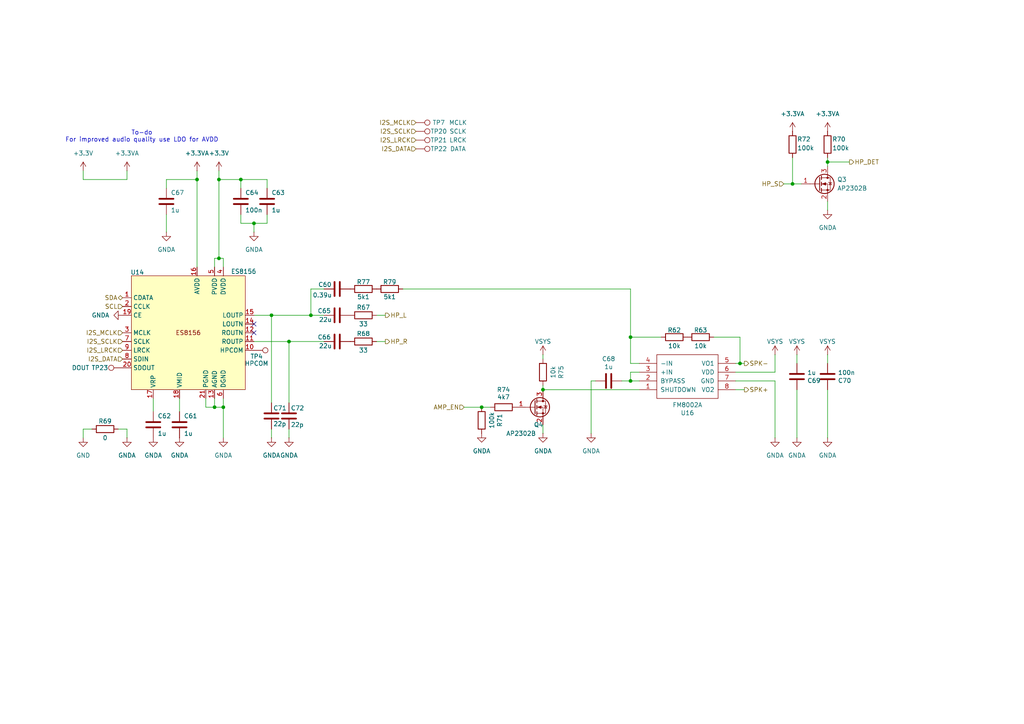
<source format=kicad_sch>
(kicad_sch (version 20231120) (generator "eeschema") (generator_version "8.0")
  (paper "A4")
  (title_block (title "WHY2025 badge") (date "2024-08-27") (rev "Prototype 2") (company "Badge.Team") (comment 1 "Copyright 2024 Nicolai Electronics") (comment 2 "License: CERN-OHL-P") (comment 3 "Untested prototype design") (comment 4 "(Work in progress!)"))
  (lib_symbols
    (symbol "Connector:TestPoint" (pin_numbers hide) (pin_names (offset 0.762) hide)
      (property "Reference" "TP" (at 0 6.858 0))
      (property "Value" "TestPoint" (at 0 5.08 0))
      (symbol "TestPoint_0_1"
        (circle (center 0 3.302) (radius 0.762))
      )
      (symbol "TestPoint_1_1"
        (pin passive line (at 0 0 90) (length 2.54) (name "1") (number "1"))
      )
    )
    (symbol "Device:C" (pin_numbers hide) (pin_names (offset 0.254))
      (property "Reference" "C" (at 0.635 2.54 0))
      (property "Value" "C" (at 0.635 -2.54 0))
      (symbol "C_0_1"
        (polyline (pts (xy -2.032 -0.762) (xy 2.032 -0.762)) (stroke (width 0.508)))
        (polyline (pts (xy -2.032 0.762) (xy 2.032 0.762)) (stroke (width 0.508)))
      )
      (symbol "C_1_1"
        (pin passive line (at 0 3.81 270) (length 2.794) (name "~") (number "1"))
        (pin passive line (at 0 -3.81 90) (length 2.794) (name "~") (number "2"))
      )
    )
    (symbol "Device:R" (pin_numbers hide) (pin_names (offset 0))
      (property "Reference" "R" (at 2.032 0 90))
      (property "Value" "R" (at 0 0 90))
      (symbol "R_0_1"
        (rectangle (start -1.016 -2.54) (end 1.016 2.54) (stroke (width 0.254)))
      )
      (symbol "R_1_1"
        (pin passive line (at 0 3.81 270) (length 1.27) (name "~") (number "1"))
        (pin passive line (at 0 -3.81 90) (length 1.27) (name "~") (number "2"))
      )
    )
    (symbol "ES8156:ES8156"
      (property "Reference" "U" (at -15.24 17.78 0))
      (symbol "ES8156_1_1"
        (rectangle (start -16.51 16.51) (end 16.51 -16.51) (fill (type background)))
        (text "ES8156" (at 0 0 0) (effects (font (size 1.27 1.27))))
        (pin input line (at -19.05 10.16 0) (length 2.54) (name "CDATA") (number "1"))
        (pin output line (at 19.05 -5.08 180) (length 2.54) (name "HPCOM") (number "10"))
        (pin output line (at 19.05 -2.54 180) (length 2.54) (name "ROUTP") (number "11"))
        (pin output line (at 19.05 0 180) (length 2.54) (name "ROUTN") (number "12"))
        (pin power_in line (at 7.62 -19.05 90) (length 2.54) (name "AGND") (number "13"))
        (pin output line (at 19.05 2.54 180) (length 2.54) (name "LOUTN") (number "14"))
        (pin output line (at 19.05 5.08 180) (length 2.54) (name "LOUTP") (number "15"))
        (pin power_in line (at 2.54 19.05 270) (length 2.54) (name "AVDD") (number "16"))
        (pin power_in line (at -10.16 -19.05 90) (length 2.54) (name "VRP") (number "17"))
        (pin power_in line (at -2.54 -19.05 90) (length 2.54) (name "VMID") (number "18"))
        (pin input line (at -19.05 5.08 0) (length 2.54) (name "CE") (number "19"))
        (pin input line (at -19.05 7.62 0) (length 2.54) (name "CCLK") (number "2"))
        (pin output line (at -19.05 -10.16 0) (length 2.54) (name "SDOUT") (number "20"))
        (pin power_in line (at 5.08 -19.05 90) (length 2.54) (name "PGND") (number "21"))
        (pin input line (at -19.05 0 0) (length 2.54) (name "MCLK") (number "3"))
        (pin power_in line (at 10.16 19.05 270) (length 2.54) (name "DVDD") (number "4"))
        (pin power_in line (at 7.62 19.05 270) (length 2.54) (name "PVDD") (number "5"))
        (pin power_in line (at 10.16 -19.05 90) (length 2.54) (name "DGND") (number "6"))
        (pin input line (at -19.05 -2.54 0) (length 2.54) (name "SCLK") (number "7"))
        (pin input line (at -19.05 -7.62 0) (length 2.54) (name "SDIN") (number "8"))
        (pin input line (at -19.05 -5.08 0) (length 2.54) (name "LRCK") (number "9"))
      )
    )
    (symbol "custom-power:VSYS" (power) (pin_numbers hide) (pin_names (offset 0) hide)
      (property "Value" "VSYS" (at 0 3.556 0))
      (symbol "VSYS_0_1"
        (polyline (pts (xy -0.762 1.27) (xy 0 2.54)))
        (polyline (pts (xy 0 0) (xy 0 2.54)))
        (polyline (pts (xy 0 2.54) (xy 0.762 1.27)))
      )
      (symbol "VSYS_1_1"
        (pin power_in line (at 0 0 90) (length 0) (name "~") (number "1"))
      )
    )
    (symbol "mch2021-rescue:Q_NMOS_GSD-Device" (pin_names (offset 0) hide)
      (property "Reference" "Q" (at 5.08 1.27 0))
      (property "Value" "Q_NMOS_GSD-Device" (at 5.08 -1.27 0))
      (symbol "Q_NMOS_GSD-Device_0_1"
        (polyline (pts (xy 0.254 0) (xy -2.54 0)))
        (polyline (pts (xy 0.254 1.905) (xy 0.254 -1.905)) (stroke (width 0.254)))
        (polyline (pts (xy 0.762 -1.27) (xy 0.762 -2.286)) (stroke (width 0.254)))
        (polyline (pts (xy 0.762 0.508) (xy 0.762 -0.508)) (stroke (width 0.254)))
        (polyline (pts (xy 0.762 2.286) (xy 0.762 1.27)) (stroke (width 0.254)))
        (polyline (pts (xy 2.54 2.54) (xy 2.54 1.778)))
        (polyline (pts (xy 2.54 -2.54) (xy 2.54 0) (xy 0.762 0)))
        (polyline (pts (xy 0.762 -1.778) (xy 3.302 -1.778) (xy 3.302 1.778) (xy 0.762 1.778)))
        (polyline (pts (xy 1.016 0) (xy 2.032 0.381) (xy 2.032 -0.381) (xy 1.016 0)) (fill (type outline)))
        (polyline (pts (xy 2.794 0.508) (xy 2.921 0.381) (xy 3.683 0.381) (xy 3.81 0.254)))
        (polyline (pts (xy 3.302 0.381) (xy 2.921 -0.254) (xy 3.683 -0.254) (xy 3.302 0.381)))
        (circle (center 1.651 0) (radius 2.794) (stroke (width 0.254)))
        (circle (center 2.54 -1.778) (radius 0.254) (fill (type outline)))
        (circle (center 2.54 1.778) (radius 0.254) (fill (type outline)))
      )
      (symbol "Q_NMOS_GSD-Device_1_1"
        (pin input line (at -5.08 0 0) (length 2.54) (name "G") (number "1"))
        (pin passive line (at 2.54 -5.08 90) (length 2.54) (name "S") (number "2"))
        (pin passive line (at 2.54 5.08 270) (length 2.54) (name "D") (number "3"))
      )
    )
    (symbol "power:+3.3V" (power) (pin_names (offset 0))
      (property "Value" "+3.3V" (at 0 3.556 0))
      (symbol "+3.3V_0_1"
        (polyline (pts (xy -0.762 1.27) (xy 0 2.54)))
        (polyline (pts (xy 0 0) (xy 0 2.54)))
        (polyline (pts (xy 0 2.54) (xy 0.762 1.27)))
      )
      (symbol "+3.3V_1_1"
        (pin power_in line (at 0 0 90) (length 0) hide (name "+3.3V") (number "1"))
      )
    )
    (symbol "power:+3.3VA" (power) (pin_numbers hide) (pin_names (offset 0) hide)
      (property "Value" "+3.3VA" (at 0 3.556 0))
      (symbol "+3.3VA_0_1"
        (polyline (pts (xy -0.762 1.27) (xy 0 2.54)))
        (polyline (pts (xy 0 0) (xy 0 2.54)))
        (polyline (pts (xy 0 2.54) (xy 0.762 1.27)))
      )
      (symbol "+3.3VA_1_1"
        (pin power_in line (at 0 0 90) (length 0) (name "~") (number "1"))
      )
    )
    (symbol "power:GND" (power) (pin_numbers hide) (pin_names (offset 0) hide)
      (property "Value" "GND" (at 0 -3.81 0))
      (symbol "GND_0_1"
        (polyline (pts (xy 0 0) (xy 0 -1.27) (xy 1.27 -1.27) (xy 0 -2.54) (xy -1.27 -1.27) (xy 0 -1.27)))
      )
      (symbol "GND_1_1"
        (pin power_in line (at 0 0 270) (length 0) (name "~") (number "1"))
      )
    )
    (symbol "power:GNDA" (power) (pin_numbers hide) (pin_names (offset 0) hide)
      (property "Value" "GNDA" (at 0 -3.81 0))
      (symbol "GNDA_0_1"
        (polyline (pts (xy 0 0) (xy 0 -1.27) (xy 1.27 -1.27) (xy 0 -2.54) (xy -1.27 -1.27) (xy 0 -1.27)))
      )
      (symbol "GNDA_1_1"
        (pin power_in line (at 0 0 270) (length 0) (name "~") (number "1"))
      )
    )
    (symbol "symbols:C" (pin_numbers hide) (pin_names (offset 0.254))
      (property "Reference" "C" (at 0.635 2.54 0))
      (property "Value" "C" (at 0.635 -2.54 0))
      (symbol "C_0_1"
        (polyline (pts (xy -2.032 -0.762) (xy 2.032 -0.762)) (stroke (width 0.508)))
        (polyline (pts (xy -2.032 0.762) (xy 2.032 0.762)) (stroke (width 0.508)))
      )
      (symbol "C_1_1"
        (pin passive line (at 0 3.81 270) (length 2.794) (name "~") (number "1"))
        (pin passive line (at 0 -3.81 90) (length 2.794) (name "~") (number "2"))
      )
    )
    (symbol "symbols:FM8002A" (pin_names (offset 1.016))
      (property "Reference" "U" (at 0 6.35 0))
      (property "Value" "FM8002A" (at 0 8.89 0))
      (symbol "FM8002A_0_1"
        (rectangle (start -7.62 5.08) (end 10.16 -7.62))
      )
      (symbol "FM8002A_1_1"
        (pin input line (at -12.7 2.54 0) (length 5.08) (name "SHUTDOWN") (number "1"))
        (pin input line (at -12.7 0 0) (length 5.08) (name "BYPASS") (number "2"))
        (pin input line (at -12.7 -2.54 0) (length 5.08) (name "+IN") (number "3"))
        (pin input line (at -12.7 -5.08 0) (length 5.08) (name "-IN") (number "4"))
        (pin output line (at 15.24 -5.08 180) (length 5.08) (name "VO1") (number "5"))
        (pin passive line (at 15.24 -2.54 180) (length 5.08) (name "VDD") (number "6"))
        (pin passive line (at 15.24 0 180) (length 5.08) (name "GND") (number "7"))
        (pin output line (at 15.24 2.54 180) (length 5.08) (name "VO2") (number "8"))
      )
    )
    (symbol "symbols:Q_NMOS_GSD" (pin_names (offset 0) hide)
      (property "Reference" "Q" (at 5.08 1.27 0))
      (property "Value" "Q_NMOS_GSD" (at 5.08 -1.27 0))
      (symbol "Q_NMOS_GSD_0_1"
        (polyline (pts (xy 0.254 0) (xy -2.54 0)))
        (polyline (pts (xy 0.254 1.905) (xy 0.254 -1.905)) (stroke (width 0.254)))
        (polyline (pts (xy 0.762 -1.27) (xy 0.762 -2.286)) (stroke (width 0.254)))
        (polyline (pts (xy 0.762 0.508) (xy 0.762 -0.508)) (stroke (width 0.254)))
        (polyline (pts (xy 0.762 2.286) (xy 0.762 1.27)) (stroke (width 0.254)))
        (polyline (pts (xy 2.54 2.54) (xy 2.54 1.778)))
        (polyline (pts (xy 2.54 -2.54) (xy 2.54 0) (xy 0.762 0)))
        (polyline (pts (xy 0.762 -1.778) (xy 3.302 -1.778) (xy 3.302 1.778) (xy 0.762 1.778)))
        (polyline (pts (xy 1.016 0) (xy 2.032 0.381) (xy 2.032 -0.381) (xy 1.016 0)) (fill (type outline)))
        (polyline (pts (xy 2.794 0.508) (xy 2.921 0.381) (xy 3.683 0.381) (xy 3.81 0.254)))
        (polyline (pts (xy 3.302 0.381) (xy 2.921 -0.254) (xy 3.683 -0.254) (xy 3.302 0.381)))
        (circle (center 1.651 0) (radius 2.794) (stroke (width 0.254)))
        (circle (center 2.54 -1.778) (radius 0.254) (fill (type outline)))
        (circle (center 2.54 1.778) (radius 0.254) (fill (type outline)))
      )
      (symbol "Q_NMOS_GSD_1_1"
        (pin input line (at -5.08 0 0) (length 2.54) (name "G") (number "1"))
        (pin passive line (at 2.54 -5.08 90) (length 2.54) (name "S") (number "2"))
        (pin passive line (at 2.54 5.08 270) (length 2.54) (name "D") (number "3"))
      )
    )
    (symbol "symbols:R" (pin_numbers hide) (pin_names (offset 0))
      (property "Reference" "R" (at 2.032 0 90))
      (property "Value" "R" (at 0 0 90))
      (symbol "R_0_1"
        (rectangle (start -1.016 -2.54) (end 1.016 2.54) (stroke (width 0.254)))
      )
      (symbol "R_1_1"
        (pin passive line (at 0 3.81 270) (length 1.27) (name "~") (number "1"))
        (pin passive line (at 0 -3.81 90) (length 1.27) (name "~") (number "2"))
      )
    )
  )
  (junction (at 139.7 118.11))
  (junction (at 57.15 52.07))
  (junction (at 73.66 64.77))
  (junction (at 214.63 105.41))
  (junction (at 63.5 52.07))
  (junction (at 63.5 74.93))
  (junction (at 229.87 53.34))
  (junction (at 64.77 118.11))
  (junction (at 182.88 110.49))
  (junction (at 90.17 91.44))
  (junction (at 69.85 52.07))
  (junction (at 78.74 91.44))
  (junction (at 240.03 46.99))
  (junction (at 83.82 99.06))
  (junction (at 62.23 118.11))
  (junction (at 182.88 97.79))
  (junction (at 157.48 113.03))
  (no_connect (at 73.66 93.98))
  (no_connect (at 73.66 96.52))
  (wire (pts (xy 171.45 110.49) (xy 171.45 125.73)))
  (wire (pts (xy 57.15 49.53) (xy 57.15 52.07)))
  (wire (pts (xy 83.82 99.06) (xy 93.98 99.06)))
  (wire (pts (xy 59.69 118.11) (xy 62.23 118.11)))
  (wire (pts (xy 36.83 49.53) (xy 36.83 52.07)))
  (wire (pts (xy 182.88 97.79) (xy 191.77 97.79)))
  (wire (pts (xy 90.17 91.44) (xy 90.17 83.82)))
  (wire (pts (xy 73.66 64.77) (xy 73.66 67.31)))
  (wire (pts (xy 77.47 52.07) (xy 77.47 54.61)))
  (wire (pts (xy 240.03 60.96) (xy 240.03 58.42)))
  (wire (pts (xy 214.63 97.79) (xy 207.01 97.79)))
  (wire (pts (xy 215.9 105.41) (xy 214.63 105.41)))
  (wire (pts (xy 83.82 99.06) (xy 83.82 116.84)))
  (wire (pts (xy 24.13 52.07) (xy 24.13 49.53)))
  (wire (pts (xy 157.48 102.87) (xy 157.48 104.14)))
  (wire (pts (xy 134.62 118.11) (xy 139.7 118.11)))
  (wire (pts (xy 48.26 62.23) (xy 48.26 67.31)))
  (wire (pts (xy 224.79 110.49) (xy 224.79 127)))
  (wire (pts (xy 26.67 124.46) (xy 24.13 124.46)))
  (wire (pts (xy 62.23 74.93) (xy 62.23 77.47)))
  (wire (pts (xy 229.87 53.34) (xy 229.87 45.72)))
  (wire (pts (xy 52.07 115.57) (xy 52.07 119.38)))
  (wire (pts (xy 24.13 124.46) (xy 24.13 127)))
  (wire (pts (xy 180.34 110.49) (xy 182.88 110.49)))
  (wire (pts (xy 231.14 102.87) (xy 231.14 105.41)))
  (wire (pts (xy 77.47 64.77) (xy 73.66 64.77)))
  (wire (pts (xy 157.48 113.03) (xy 185.42 113.03)))
  (wire (pts (xy 63.5 52.07) (xy 69.85 52.07)))
  (wire (pts (xy 62.23 118.11) (xy 64.77 118.11)))
  (wire (pts (xy 77.47 62.23) (xy 77.47 64.77)))
  (wire (pts (xy 213.36 110.49) (xy 224.79 110.49)))
  (wire (pts (xy 64.77 77.47) (xy 64.77 74.93)))
  (wire (pts (xy 240.03 46.99) (xy 240.03 48.26)))
  (wire (pts (xy 63.5 52.07) (xy 63.5 74.93)))
  (wire (pts (xy 64.77 74.93) (xy 63.5 74.93)))
  (wire (pts (xy 227.33 53.34) (xy 229.87 53.34)))
  (wire (pts (xy 240.03 113.03) (xy 240.03 127)))
  (wire (pts (xy 57.15 52.07) (xy 57.15 77.47)))
  (wire (pts (xy 90.17 83.82) (xy 93.98 83.82)))
  (wire (pts (xy 109.22 91.44) (xy 111.76 91.44)))
  (wire (pts (xy 240.03 46.99) (xy 246.38 46.99)))
  (wire (pts (xy 69.85 64.77) (xy 69.85 62.23)))
  (wire (pts (xy 139.7 118.11) (xy 142.24 118.11)))
  (wire (pts (xy 214.63 105.41) (xy 213.36 105.41)))
  (wire (pts (xy 44.45 115.57) (xy 44.45 119.38)))
  (wire (pts (xy 157.48 111.76) (xy 157.48 113.03)))
  (wire (pts (xy 182.88 110.49) (xy 185.42 110.49)))
  (wire (pts (xy 182.88 97.79) (xy 182.88 83.82)))
  (wire (pts (xy 109.22 99.06) (xy 111.76 99.06)))
  (wire (pts (xy 157.48 123.19) (xy 157.48 125.73)))
  (wire (pts (xy 63.5 74.93) (xy 62.23 74.93)))
  (wire (pts (xy 231.14 113.03) (xy 231.14 127)))
  (wire (pts (xy 48.26 52.07) (xy 57.15 52.07)))
  (wire (pts (xy 69.85 52.07) (xy 69.85 54.61)))
  (wire (pts (xy 116.84 83.82) (xy 182.88 83.82)))
  (wire (pts (xy 69.85 52.07) (xy 77.47 52.07)))
  (wire (pts (xy 64.77 118.11) (xy 64.77 115.57)))
  (wire (pts (xy 64.77 118.11) (xy 64.77 127)))
  (wire (pts (xy 73.66 64.77) (xy 69.85 64.77)))
  (wire (pts (xy 36.83 127) (xy 36.83 124.46)))
  (wire (pts (xy 83.82 124.46) (xy 83.82 127)))
  (wire (pts (xy 171.45 110.49) (xy 172.72 110.49)))
  (wire (pts (xy 240.03 102.87) (xy 240.03 105.41)))
  (wire (pts (xy 63.5 49.53) (xy 63.5 52.07)))
  (wire (pts (xy 36.83 124.46) (xy 34.29 124.46)))
  (wire (pts (xy 213.36 107.95) (xy 224.79 107.95)))
  (wire (pts (xy 62.23 115.57) (xy 62.23 118.11)))
  (wire (pts (xy 78.74 124.46) (xy 78.74 127)))
  (wire (pts (xy 224.79 102.87) (xy 224.79 107.95)))
  (wire (pts (xy 240.03 45.72) (xy 240.03 46.99)))
  (wire (pts (xy 185.42 107.95) (xy 182.88 107.95)))
  (wire (pts (xy 182.88 107.95) (xy 182.88 110.49)))
  (wire (pts (xy 78.74 91.44) (xy 90.17 91.44)))
  (wire (pts (xy 229.87 53.34) (xy 232.41 53.34)))
  (wire (pts (xy 59.69 115.57) (xy 59.69 118.11)))
  (wire (pts (xy 182.88 105.41) (xy 182.88 97.79)))
  (wire (pts (xy 90.17 91.44) (xy 93.98 91.44)))
  (wire (pts (xy 215.9 113.03) (xy 213.36 113.03)))
  (wire (pts (xy 78.74 91.44) (xy 78.74 116.84)))
  (wire (pts (xy 73.66 99.06) (xy 83.82 99.06)))
  (wire (pts (xy 24.13 52.07) (xy 36.83 52.07)))
  (wire (pts (xy 214.63 105.41) (xy 214.63 97.79)))
  (wire (pts (xy 185.42 105.41) (xy 182.88 105.41)))
  (wire (pts (xy 48.26 54.61) (xy 48.26 52.07)))
  (wire (pts (xy 73.66 91.44) (xy 78.74 91.44)))
  (text "To-do\nFor improved audio quality use LDO for AVDD" (at 41.148 39.624 0) (effects (font (size 1.27 1.27))))
  (hierarchical_label "SPK+" (shape output) (at 215.9 113.03 0))
  (hierarchical_label "SDA" (shape bidirectional) (at 35.56 86.36 180))
  (hierarchical_label "HP_R" (shape output) (at 111.76 99.06 0))
  (hierarchical_label "HP_DET" (shape output) (at 246.38 46.99 0))
  (hierarchical_label "I2S_MCLK" (shape input) (at 35.56 96.52 180))
  (hierarchical_label "I2S_SCLK" (shape input) (at 120.65 38.1 180))
  (hierarchical_label "I2S_DATA" (shape input) (at 120.65 43.18 180))
  (hierarchical_label "I2S_LRCK" (shape input) (at 35.56 101.6 180))
  (hierarchical_label "HP_S" (shape input) (at 227.33 53.34 180))
  (hierarchical_label "I2S_SCLK" (shape input) (at 35.56 99.06 180))
  (hierarchical_label "I2S_MCLK" (shape input) (at 120.65 35.56 180))
  (hierarchical_label "SCL" (shape input) (at 35.56 88.9 180))
  (hierarchical_label "I2S_LRCK" (shape input) (at 120.65 40.64 180))
  (hierarchical_label "SPK-" (shape output) (at 215.9 105.41 0))
  (hierarchical_label "AMP_EN" (shape input) (at 134.62 118.11 180))
  (hierarchical_label "I2S_DATA" (shape input) (at 35.56 104.14 180))
  (hierarchical_label "HP_L" (shape output) (at 111.76 91.44 0))
  (symbol (lib_id "Connector:TestPoint") (at 120.65 40.64 270) (mirror x) (unit 1) (in_bom no)
    (property "Reference" "TP21" (at 127.254 40.64 90))
    (property "Value" "LRCK" (at 132.842 40.64 90))
    (property "Footprint" "TestPoint:TestPoint_Pad_1.0x1.0mm" (effects (hide yes)))
    (property "Datasheet" "-" (effects (hide yes)))
    (property "Description" "test point" (effects (hide yes)))
  )
  (symbol (lib_id "power:+3.3VA") (at 229.87 38.1 0) (unit 1)
    (property "Reference" "#PWR0221" (effects (hide yes)))
    (property "Value" "+3.3VA" (at 229.87 33.02 0))
    (property "Description" "Power symbol creates a global label with name \"+3.3VA\"" (effects (hide yes)))
  )
  (symbol (lib_id "Connector:TestPoint") (at 73.66 101.6 270) (mirror x) (unit 1) (in_bom no)
    (property "Reference" "TP4" (at 74.422 103.378 90))
    (property "Value" "HPCOM" (at 74.422 105.41 90))
    (property "Footprint" "TestPoint:TestPoint_Pad_1.0x1.0mm" (effects (hide yes)))
    (property "Datasheet" "-" (effects (hide yes)))
    (property "Description" "test point" (effects (hide yes)))
  )
  (symbol (lib_id "power:GNDA") (at 240.03 127 0) (unit 1)
    (property "Reference" "#PWR0231" (effects (hide yes)))
    (property "Value" "GNDA" (at 240.03 132.08 0))
    (property "Description" "Power symbol creates a global label with name \"GNDA\" , analog ground" (effects (hide yes)))
  )
  (symbol (lib_id "symbols:R") (at 139.7 121.92 0) (mirror y) (unit 1)
    (property "Reference" "R71" (at 144.9578 121.92 90))
    (property "Value" "100k" (at 142.6464 121.92 90))
    (property "Footprint" "Resistor_SMD:R_0402_1005Metric" (effects (hide yes)))
    (property "Datasheet" "https://datasheet.lcsc.com/lcsc/2110260030_UNI-ROYAL-Uniroyal-Elec-0402WGF1003TCE_C25741.pdf" (effects (hide yes)))
    (property "LCSC" "C25741" (effects (hide yes)))
  )
  (symbol (lib_id "mch2021-rescue:Q_NMOS_GSD-Device") (at 154.94 118.11 0) (unit 1)
    (property "Reference" "Q4" (at 156.21 123.19 0))
    (property "Value" "AP2302B" (at 151.13 125.73 0))
    (property "Footprint" "Package_TO_SOT_SMD:SOT-23" (effects (hide yes)))
    (property "Datasheet" "https://datasheet.lcsc.com/lcsc/1912111437_ALLPOWER-ShenZhen-Quan-Li-Semiconductor-AP2302B_C406812.pdf" (effects (hide yes)))
    (property "LCSC" "C406812" (effects (hide yes)))
  )
  (symbol (lib_id "power:GNDA") (at 35.56 91.44 270) (unit 1)
    (property "Reference" "#PWR0214" (effects (hide yes)))
    (property "Value" "GNDA" (at 31.75 91.4399 90) (effects (justify right)))
    (property "Description" "Power symbol creates a global label with name \"GNDA\" , analog ground" (effects (hide yes)))
  )
  (symbol (lib_id "power:GNDA") (at 224.79 127 0) (unit 1)
    (property "Reference" "#PWR0227" (effects (hide yes)))
    (property "Value" "GNDA" (at 224.79 132.08 0))
    (property "Description" "Power symbol creates a global label with name \"GNDA\" , analog ground" (effects (hide yes)))
  )
  (symbol (lib_id "power:GNDA") (at 44.45 127 0) (unit 1)
    (property "Reference" "#PWR0211" (effects (hide yes)))
    (property "Value" "GNDA" (at 44.45 132.08 0))
    (property "Description" "Power symbol creates a global label with name \"GNDA\" , analog ground" (effects (hide yes)))
  )
  (symbol (lib_id "power:GNDA") (at 36.83 127 0) (unit 1)
    (property "Reference" "#PWR0217" (effects (hide yes)))
    (property "Value" "GNDA" (at 36.83 132.08 0))
    (property "Description" "Power symbol creates a global label with name \"GNDA\" , analog ground" (effects (hide yes)))
  )
  (symbol (lib_id "Device:R") (at 105.41 99.06 90) (unit 1)
    (property "Reference" "R68" (at 105.41 96.774 90))
    (property "Value" "33" (at 105.41 101.6 90))
    (property "Footprint" "Resistor_SMD:R_0402_1005Metric" (effects (hide yes)))
    (property "Datasheet" "https://www.lcsc.com/product-detail/Chip-Resistor-Surface-Mount_UNI-ROYAL-Uniroyal-Elec-0402WGF330JTCE_C25105.html" (effects (hide yes)))
    (property "LCSC" "C25105" (effects (hide yes)))
  )
  (symbol (lib_id "custom-power:VSYS") (at 240.03 102.87 0) (unit 1)
    (property "Reference" "#PWR0187" (effects (hide yes)))
    (property "Value" "VSYS" (at 240.03 99.06 0))
    (property "Description" "Power symbol creates a global label with name \"VSYS\"" (effects (hide yes)))
  )
  (symbol (lib_id "Device:C") (at 69.85 58.42 0) (unit 1)
    (property "Reference" "C64" (at 71.12 55.88 0) (effects (justify left)))
    (property "Value" "100n" (at 71.12 60.96 0) (effects (justify left)))
    (property "Footprint" "Capacitor_SMD:C_0402_1005Metric" (effects (hide yes)))
    (property "Datasheet" "https://datasheet.lcsc.com/lcsc/2304140030_Samsung-Electro-Mechanics-CL05B104KB54PNC_C307331.pdf" (effects (hide yes)))
    (property "LCSC" "C307331" (effects (hide yes)))
  )
  (symbol (lib_id "symbols:R") (at 113.03 83.82 270) (mirror x) (unit 1)
    (property "Reference" "R79" (at 113.03 81.788 90))
    (property "Value" "5k1" (at 113.03 86.106 90))
    (property "Footprint" "Resistor_SMD:R_0402_1005Metric" (effects (hide yes)))
    (property "Datasheet" "https://datasheet.lcsc.com/lcsc/2110260030_UNI-ROYAL-Uniroyal-Elec-0402WGF5101TCE_C25905.pdf" (effects (hide yes)))
    (property "LCSC" "C25905" (effects (hide yes)))
  )
  (symbol (lib_id "power:GNDA") (at 48.26 67.31 0) (unit 1)
    (property "Reference" "#PWR0215" (effects (hide yes)))
    (property "Value" "GNDA" (at 48.26 72.39 0))
    (property "Description" "Power symbol creates a global label with name \"GNDA\" , analog ground" (effects (hide yes)))
  )
  (symbol (lib_id "Device:C") (at 83.82 120.65 0) (unit 1)
    (property "Reference" "C72" (at 84.328 118.364 0) (effects (justify left)))
    (property "Value" "22p" (at 84.328 123.19 0) (effects (justify left)))
    (property "Footprint" "Capacitor_SMD:C_0402_1005Metric" (effects (hide yes)))
    (property "Datasheet" "https://datasheet.lcsc.com/lcsc/2304140030_FH--Guangdong-Fenghua-Advanced-Tech-0402CG220J500NT_C1555.pdf" (effects (hide yes)))
    (property "LCSC" "C1555" (effects (hide yes)))
  )
  (symbol (lib_id "symbols:FM8002A") (at 198.12 110.49 0) (mirror x) (unit 1)
    (property "Reference" "U16" (at 199.39 119.761 0))
    (property "Value" "FM8002A" (at 199.39 117.4496 0))
    (property "Footprint" "Package_SO:SSOP-8_3.9x5.05mm_P1.27mm" (effects (hide yes)))
    (property "Datasheet" "https://datasheet.lcsc.com/lcsc/2202252130_Shenzhen-Fuman-Elec-FM8002A_C94625.pdf" (effects (hide yes)))
    (property "LCSC" "C94625" (effects (hide yes)))
  )
  (symbol (lib_id "Device:C") (at 48.26 58.42 0) (unit 1)
    (property "Reference" "C67" (at 49.53 55.88 0) (effects (justify left)))
    (property "Value" "1u" (at 49.53 60.96 0) (effects (justify left)))
    (property "Footprint" "Capacitor_SMD:C_0603_1608Metric" (effects (hide yes)))
    (property "Datasheet" "https://datasheet.lcsc.com/lcsc/2304140030_Samsung-Electro-Mechanics-CL05A105KQ5NNNC_C107372.pdf" (effects (hide yes)))
    (property "LCSC" "C5199872" (effects (hide yes)))
  )
  (symbol (lib_id "Device:C") (at 52.07 123.19 0) (unit 1)
    (property "Reference" "C61" (at 53.34 120.65 0) (effects (justify left)))
    (property "Value" "1u" (at 53.34 125.73 0) (effects (justify left)))
    (property "Footprint" "Capacitor_SMD:C_0603_1608Metric" (effects (hide yes)))
    (property "Datasheet" "https://datasheet.lcsc.com/lcsc/2304140030_Samsung-Electro-Mechanics-CL05A105KQ5NNNC_C107372.pdf" (effects (hide yes)))
    (property "LCSC" "C5199872" (effects (hide yes)))
  )
  (symbol (lib_id "power:GNDA") (at 240.03 60.96 0) (unit 1)
    (property "Reference" "#PWR0222" (effects (hide yes)))
    (property "Value" "GNDA" (at 240.03 66.04 0))
    (property "Description" "Power symbol creates a global label with name \"GNDA\" , analog ground" (effects (hide yes)))
  )
  (symbol (lib_id "Device:C") (at 78.74 120.65 0) (unit 1)
    (property "Reference" "C71" (at 79.248 118.364 0) (effects (justify left)))
    (property "Value" "22p" (at 79.248 122.936 0) (effects (justify left)))
    (property "Footprint" "Capacitor_SMD:C_0402_1005Metric" (effects (hide yes)))
    (property "Datasheet" "https://datasheet.lcsc.com/lcsc/2304140030_FH--Guangdong-Fenghua-Advanced-Tech-0402CG220J500NT_C1555.pdf" (effects (hide yes)))
    (property "LCSC" "C1555" (effects (hide yes)))
  )
  (symbol (lib_id "power:+3.3V") (at 63.5 49.53 0) (unit 1)
    (property "Reference" "#PWR0213" (effects (hide yes)))
    (property "Value" "+3.3V" (at 63.5 44.45 0))
    (property "Description" "Power symbol creates a global label with name \"+3.3V\"" (effects (hide yes)))
  )
  (symbol (lib_id "power:GNDA") (at 78.74 127 0) (unit 1)
    (property "Reference" "#PWR0232" (effects (hide yes)))
    (property "Value" "GNDA" (at 78.74 132.08 0))
    (property "Description" "Power symbol creates a global label with name \"GNDA\" , analog ground" (effects (hide yes)))
  )
  (symbol (lib_id "Device:C") (at 97.79 99.06 90) (unit 1)
    (property "Reference" "C66" (at 96.012 97.79 90) (effects (justify left)))
    (property "Value" "22u" (at 96.266 100.33 90) (effects (justify left)))
    (property "Footprint" "Capacitor_SMD:C_0805_2012Metric" (effects (hide yes)))
    (property "Datasheet" "https://www.lcsc.com/product-detail/Multilayer-Ceramic-Capacitors-MLCC-SMD-SMT_Samsung-Electro-Mechanics-CL21A226MAQNNNE_C45783.html" (effects (hide yes)))
    (property "LCSC" "C45783" (effects (hide yes)))
  )
  (symbol (lib_id "symbols:C") (at 240.03 109.22 0) (mirror y) (unit 1)
    (property "Reference" "C70" (at 243.0272 110.3884 0) (effects (justify right)))
    (property "Value" "100n" (at 243.0272 108.077 0) (effects (justify right)))
    (property "Footprint" "Capacitor_SMD:C_0402_1005Metric" (effects (hide yes)))
    (property "Datasheet" "https://datasheet.lcsc.com/lcsc/2304140030_Samsung-Electro-Mechanics-CL05B104KB54PNC_C307331.pdf" (effects (hide yes)))
    (property "LCSC" "C307331" (effects (hide yes)))
  )
  (symbol (lib_id "ES8156:ES8156") (at 54.61 96.52 0) (unit 1)
    (property "Reference" "U14" (at 37.846 78.994 0) (effects (justify left)))
    (property "Value" "ES8156" (at 66.9641 78.74 0) (effects (justify left)))
    (property "Footprint" "Package_DFN_QFN:VQFN-20-1EP_3x3mm_P0.4mm_EP1.7x1.7mm" (effects (hide yes)))
    (property "Datasheet" "https://datasheet.lcsc.com/lcsc/2209100430_Everest-semi-Everest-Semiconductor-ES8156_C2887138.pdf" (effects (hide yes)))
    (property "LCSC" "C2887138" (effects (hide yes)))
  )
  (symbol (lib_id "Device:C") (at 77.47 58.42 0) (unit 1)
    (property "Reference" "C63" (at 78.74 55.88 0) (effects (justify left)))
    (property "Value" "1u" (at 78.74 60.96 0) (effects (justify left)))
    (property "Footprint" "Capacitor_SMD:C_0603_1608Metric" (effects (hide yes)))
    (property "Datasheet" "https://datasheet.lcsc.com/lcsc/2304140030_Samsung-Electro-Mechanics-CL05A105KQ5NNNC_C107372.pdf" (effects (hide yes)))
    (property "LCSC" "C5199872" (effects (hide yes)))
  )
  (symbol (lib_id "Connector:TestPoint") (at 120.65 35.56 270) (mirror x) (unit 1) (in_bom no)
    (property "Reference" "TP7" (at 127.254 35.56 90))
    (property "Value" "MCLK" (at 132.842 35.56 90))
    (property "Footprint" "TestPoint:TestPoint_Pad_1.0x1.0mm" (effects (hide yes)))
    (property "Datasheet" "-" (effects (hide yes)))
    (property "Description" "test point" (effects (hide yes)))
  )
  (symbol (lib_id "Device:C") (at 44.45 123.19 0) (unit 1)
    (property "Reference" "C62" (at 45.72 120.65 0) (effects (justify left)))
    (property "Value" "1u" (at 45.72 125.73 0) (effects (justify left)))
    (property "Footprint" "Capacitor_SMD:C_0603_1608Metric" (effects (hide yes)))
    (property "Datasheet" "https://datasheet.lcsc.com/lcsc/2304140030_Samsung-Electro-Mechanics-CL05A105KQ5NNNC_C107372.pdf" (effects (hide yes)))
    (property "LCSC" "C5199872" (effects (hide yes)))
  )
  (symbol (lib_id "Device:R") (at 195.58 97.79 90) (unit 1)
    (property "Reference" "R62" (at 195.58 95.758 90))
    (property "Value" "10k" (at 195.58 100.33 90))
    (property "Footprint" "Resistor_SMD:R_0402_1005Metric" (effects (hide yes)))
    (property "Datasheet" "https://datasheet.lcsc.com/lcsc/2304140030_YAGEO-RC0402FR-0710KL_C60490.pdf" (effects (hide yes)))
    (property "LCSC" "C60490" (effects (hide yes)))
  )
  (symbol (lib_id "Device:R") (at 30.48 124.46 90) (unit 1)
    (property "Reference" "R69" (at 30.48 122.174 90))
    (property "Value" "0" (at 30.48 127 90))
    (property "Footprint" "Resistor_SMD:R_0402_1005Metric" (effects (hide yes)))
    (property "Datasheet" "https://www.lcsc.com/product-detail/Chip-Resistor-Surface-Mount_UNI-ROYAL-Uniroyal-Elec-0402WGF0000TCE_C17168.html" (effects (hide yes)))
    (property "LCSC" "C17168" (effects (hide yes)))
  )
  (symbol (lib_id "symbols:C") (at 176.53 110.49 90) (unit 1)
    (property "Reference" "C68" (at 176.53 104.0892 90))
    (property "Value" "1u" (at 176.53 106.4006 90))
    (property "Footprint" "Capacitor_SMD:C_0603_1608Metric" (effects (hide yes)))
    (property "Datasheet" "https://datasheet.lcsc.com/lcsc/2304140030_Samsung-Electro-Mechanics-CL05A105KQ5NNNC_C107372.pdf" (effects (hide yes)))
    (property "LCSC" "C5199872" (effects (hide yes)))
  )
  (symbol (lib_id "power:GNDA") (at 64.77 127 0) (unit 1)
    (property "Reference" "#PWR0209" (effects (hide yes)))
    (property "Value" "GNDA" (at 64.77 132.08 0))
    (property "Description" "Power symbol creates a global label with name \"GNDA\" , analog ground" (effects (hide yes)))
  )
  (symbol (lib_id "symbols:R") (at 105.41 83.82 270) (mirror x) (unit 1)
    (property "Reference" "R77" (at 105.41 81.788 90))
    (property "Value" "5k1" (at 105.41 86.106 90))
    (property "Footprint" "Resistor_SMD:R_0402_1005Metric" (effects (hide yes)))
    (property "Datasheet" "https://datasheet.lcsc.com/lcsc/2110260030_UNI-ROYAL-Uniroyal-Elec-0402WGF5101TCE_C25905.pdf" (effects (hide yes)))
    (property "LCSC" "C25905" (effects (hide yes)))
  )
  (symbol (lib_id "power:+3.3V") (at 24.13 49.53 0) (unit 1)
    (property "Reference" "#PWR0219" (effects (hide yes)))
    (property "Value" "+3.3V" (at 24.13 44.45 0))
    (property "Description" "Power symbol creates a global label with name \"+3.3V\"" (effects (hide yes)))
  )
  (symbol (lib_id "Device:C") (at 97.79 91.44 90) (unit 1)
    (property "Reference" "C65" (at 96.012 90.17 90) (effects (justify left)))
    (property "Value" "22u" (at 96.266 92.71 90) (effects (justify left)))
    (property "Footprint" "Capacitor_SMD:C_0805_2012Metric" (effects (hide yes)))
    (property "Datasheet" "https://www.lcsc.com/product-detail/Multilayer-Ceramic-Capacitors-MLCC-SMD-SMT_Samsung-Electro-Mechanics-CL21A226MAQNNNE_C45783.html" (effects (hide yes)))
    (property "LCSC" "C45783" (effects (hide yes)))
  )
  (symbol (lib_id "power:GNDA") (at 139.7 125.73 0) (unit 1)
    (property "Reference" "#PWR0186" (effects (hide yes)))
    (property "Value" "GNDA" (at 139.7 130.81 0))
    (property "Description" "Power symbol creates a global label with name \"GNDA\" , analog ground" (effects (hide yes)))
  )
  (symbol (lib_id "custom-power:VSYS") (at 157.48 102.87 0) (unit 1)
    (property "Reference" "#PWR0230" (effects (hide yes)))
    (property "Value" "VSYS" (at 157.48 99.06 0))
    (property "Description" "Power symbol creates a global label with name \"VSYS\"" (effects (hide yes)))
  )
  (symbol (lib_id "Connector:TestPoint") (at 120.65 38.1 270) (mirror x) (unit 1) (in_bom no)
    (property "Reference" "TP20" (at 127.254 38.1 90))
    (property "Value" "SCLK" (at 132.842 38.1 90))
    (property "Footprint" "TestPoint:TestPoint_Pad_1.0x1.0mm" (effects (hide yes)))
    (property "Datasheet" "-" (effects (hide yes)))
    (property "Description" "test point" (effects (hide yes)))
  )
  (symbol (lib_id "power:+3.3VA") (at 36.83 49.53 0) (unit 1)
    (property "Reference" "#PWR0220" (effects (hide yes)))
    (property "Value" "+3.3VA" (at 36.83 44.45 0))
    (property "Description" "Power symbol creates a global label with name \"+3.3VA\"" (effects (hide yes)))
  )
  (symbol (lib_id "symbols:C") (at 231.14 109.22 0) (mirror y) (unit 1)
    (property "Reference" "C69" (at 234.1372 110.3884 0) (effects (justify right)))
    (property "Value" "1u" (at 234.1372 108.077 0) (effects (justify right)))
    (property "Footprint" "Capacitor_SMD:C_0603_1608Metric" (effects (hide yes)))
    (property "Datasheet" "https://datasheet.lcsc.com/lcsc/2304140030_Samsung-Electro-Mechanics-CL05A105KQ5NNNC_C107372.pdf" (effects (hide yes)))
    (property "LCSC" "C5199872" (effects (hide yes)))
  )
  (symbol (lib_id "power:GNDA") (at 73.66 67.31 0) (unit 1)
    (property "Reference" "#PWR0212" (effects (hide yes)))
    (property "Value" "GNDA" (at 73.66 72.39 0))
    (property "Description" "Power symbol creates a global label with name \"GNDA\" , analog ground" (effects (hide yes)))
  )
  (symbol (lib_id "Device:R") (at 203.2 97.79 90) (unit 1)
    (property "Reference" "R63" (at 203.2 95.758 90))
    (property "Value" "10k" (at 203.2 100.33 90))
    (property "Footprint" "Resistor_SMD:R_0402_1005Metric" (effects (hide yes)))
    (property "Datasheet" "https://datasheet.lcsc.com/lcsc/2304140030_YAGEO-RC0402FR-0710KL_C60490.pdf" (effects (hide yes)))
    (property "LCSC" "C60490" (effects (hide yes)))
  )
  (symbol (lib_id "power:+3.3VA") (at 57.15 49.53 0) (unit 1)
    (property "Reference" "#PWR0216" (effects (hide yes)))
    (property "Value" "+3.3VA" (at 57.15 44.45 0))
    (property "Description" "Power symbol creates a global label with name \"+3.3VA\"" (effects (hide yes)))
  )
  (symbol (lib_id "symbols:C") (at 97.79 83.82 270) (mirror x) (unit 1)
    (property "Reference" "C60" (at 94.234 82.55 90))
    (property "Value" "0.39u" (at 93.472 85.598 90))
    (property "Footprint" "Capacitor_SMD:C_0603_1608Metric" (effects (hide yes)))
    (property "Datasheet" "https://datasheet.lcsc.com/lcsc/2304140030_Samsung-Electro-Mechanics-CL10B474KA8NNNC_C1623.pdf" (effects (hide yes)))
    (property "LCSC" "C1623" (effects (hide yes)))
  )
  (symbol (lib_id "custom-power:VSYS") (at 231.14 102.87 0) (unit 1)
    (property "Reference" "#PWR0226" (effects (hide yes)))
    (property "Value" "VSYS" (at 231.14 99.06 0))
    (property "Description" "Power symbol creates a global label with name \"VSYS\"" (effects (hide yes)))
  )
  (symbol (lib_id "Device:R") (at 105.41 91.44 90) (unit 1)
    (property "Reference" "R67" (at 105.41 89.154 90))
    (property "Value" "33" (at 105.41 93.98 90))
    (property "Footprint" "Resistor_SMD:R_0402_1005Metric" (effects (hide yes)))
    (property "Datasheet" "https://www.lcsc.com/product-detail/Chip-Resistor-Surface-Mount_UNI-ROYAL-Uniroyal-Elec-0402WGF330JTCE_C25105.html" (effects (hide yes)))
    (property "LCSC" "C25105" (effects (hide yes)))
  )
  (symbol (lib_id "power:+3.3VA") (at 240.03 38.1 0) (unit 1)
    (property "Reference" "#PWR0223" (effects (hide yes)))
    (property "Value" "+3.3VA" (at 240.03 33.02 0))
    (property "Description" "Power symbol creates a global label with name \"+3.3VA\"" (effects (hide yes)))
  )
  (symbol (lib_id "power:GNDA") (at 52.07 127 0) (unit 1)
    (property "Reference" "#PWR0210" (effects (hide yes)))
    (property "Value" "GNDA" (at 52.07 132.08 0))
    (property "Description" "Power symbol creates a global label with name \"GNDA\" , analog ground" (effects (hide yes)))
  )
  (symbol (lib_id "Connector:TestPoint") (at 35.56 106.68 90) (mirror x) (unit 1) (in_bom no)
    (property "Reference" "TP23" (at 28.956 106.68 90))
    (property "Value" "DOUT" (at 23.368 106.68 90))
    (property "Footprint" "TestPoint:TestPoint_Pad_1.0x1.0mm" (effects (hide yes)))
    (property "Datasheet" "-" (effects (hide yes)))
    (property "Description" "test point" (effects (hide yes)))
  )
  (symbol (lib_id "power:GND") (at 24.13 127 0) (unit 1)
    (property "Reference" "#PWR0218" (effects (hide yes)))
    (property "Value" "GND" (at 24.13 132.08 0))
    (property "Description" "Power symbol creates a global label with name \"GND\" , ground" (effects (hide yes)))
  )
  (symbol (lib_id "custom-power:VSYS") (at 224.79 102.87 0) (unit 1)
    (property "Reference" "#PWR0228" (effects (hide yes)))
    (property "Value" "VSYS" (at 224.79 99.06 0))
    (property "Description" "Power symbol creates a global label with name \"VSYS\"" (effects (hide yes)))
  )
  (symbol (lib_id "power:GNDA") (at 157.48 125.73 0) (unit 1)
    (property "Reference" "#PWR0224" (effects (hide yes)))
    (property "Value" "GNDA" (at 157.48 130.81 0))
    (property "Description" "Power symbol creates a global label with name \"GNDA\" , analog ground" (effects (hide yes)))
  )
  (symbol (lib_id "symbols:R") (at 157.48 107.95 0) (mirror y) (unit 1)
    (property "Reference" "R75" (at 162.7378 107.95 90))
    (property "Value" "10k" (at 160.4264 107.95 90))
    (property "Footprint" "Resistor_SMD:R_0402_1005Metric" (effects (hide yes)))
    (property "Datasheet" "https://datasheet.lcsc.com/lcsc/2304140030_YAGEO-RC0402FR-0710KL_C60490.pdf" (effects (hide yes)))
    (property "LCSC" "C60490" (effects (hide yes)))
  )
  (symbol (lib_id "symbols:Q_NMOS_GSD") (at 237.49 53.34 0) (unit 1)
    (property "Reference" "Q3" (at 242.824 52.0699 0) (effects (justify left)))
    (property "Value" "AP2302B" (at 242.824 54.6099 0) (effects (justify left)))
    (property "Footprint" "Package_TO_SOT_SMD:SOT-23" (effects (hide yes)))
    (property "Datasheet" "https://datasheet.lcsc.com/lcsc/1912111437_ALLPOWER-ShenZhen-Quan-Li-Semiconductor-AP2302B_C406812.pdf" (effects (hide yes)))
    (property "LCSC" "C406812" (effects (hide yes)))
  )
  (symbol (lib_id "power:GNDA") (at 171.45 125.73 0) (unit 1)
    (property "Reference" "#PWR0225" (effects (hide yes)))
    (property "Value" "GNDA" (at 171.45 130.81 0))
    (property "Description" "Power symbol creates a global label with name \"GNDA\" , analog ground" (effects (hide yes)))
  )
  (symbol (lib_id "Device:R") (at 229.87 41.91 180) (unit 1)
    (property "Reference" "R72" (at 233.172 40.386 0))
    (property "Value" "100k" (at 233.68 42.926 0))
    (property "Footprint" "Resistor_SMD:R_0402_1005Metric" (effects (hide yes)))
    (property "Datasheet" "https://datasheet.lcsc.com/lcsc/2110260030_UNI-ROYAL-Uniroyal-Elec-0402WGF1003TCE_C25741.pdf" (effects (hide yes)))
    (property "LCSC" "C25741" (effects (hide yes)))
  )
  (symbol (lib_id "Device:R") (at 240.03 41.91 180) (unit 1)
    (property "Reference" "R70" (at 243.332 40.386 0))
    (property "Value" "100k" (at 243.84 42.926 0))
    (property "Footprint" "Resistor_SMD:R_0402_1005Metric" (effects (hide yes)))
    (property "Datasheet" "https://datasheet.lcsc.com/lcsc/2110260030_UNI-ROYAL-Uniroyal-Elec-0402WGF1003TCE_C25741.pdf" (effects (hide yes)))
    (property "LCSC" "C25741" (effects (hide yes)))
  )
  (symbol (lib_id "symbols:R") (at 146.05 118.11 90) (mirror x) (unit 1)
    (property "Reference" "R74" (at 146.05 113.03 90))
    (property "Value" "4k7" (at 146.05 115.1636 90))
    (property "Footprint" "Resistor_SMD:R_0402_1005Metric" (effects (hide yes)))
    (property "Datasheet" "https://datasheet.lcsc.com/lcsc/2110260030_UNI-ROYAL-Uniroyal-Elec-0402WGF4701TCE_C25900.pdf" (effects (hide yes)))
    (property "LCSC" "C25900" (effects (hide yes)))
  )
  (symbol (lib_id "power:GNDA") (at 231.14 127 0) (unit 1)
    (property "Reference" "#PWR0229" (effects (hide yes)))
    (property "Value" "GNDA" (at 231.14 132.08 0))
    (property "Description" "Power symbol creates a global label with name \"GNDA\" , analog ground" (effects (hide yes)))
  )
  (symbol (lib_id "Connector:TestPoint") (at 120.65 43.18 270) (mirror x) (unit 1) (in_bom no)
    (property "Reference" "TP22" (at 127.254 43.18 90))
    (property "Value" "DATA" (at 132.842 43.18 90))
    (property "Footprint" "TestPoint:TestPoint_Pad_1.0x1.0mm" (effects (hide yes)))
    (property "Datasheet" "-" (effects (hide yes)))
    (property "Description" "test point" (effects (hide yes)))
  )
  (symbol (lib_id "power:GNDA") (at 83.82 127 0) (unit 1)
    (property "Reference" "#PWR0233" (effects (hide yes)))
    (property "Value" "GNDA" (at 83.82 132.08 0))
    (property "Description" "Power symbol creates a global label with name \"GNDA\" , analog ground" (effects (hide yes)))
  )
)
</source>
